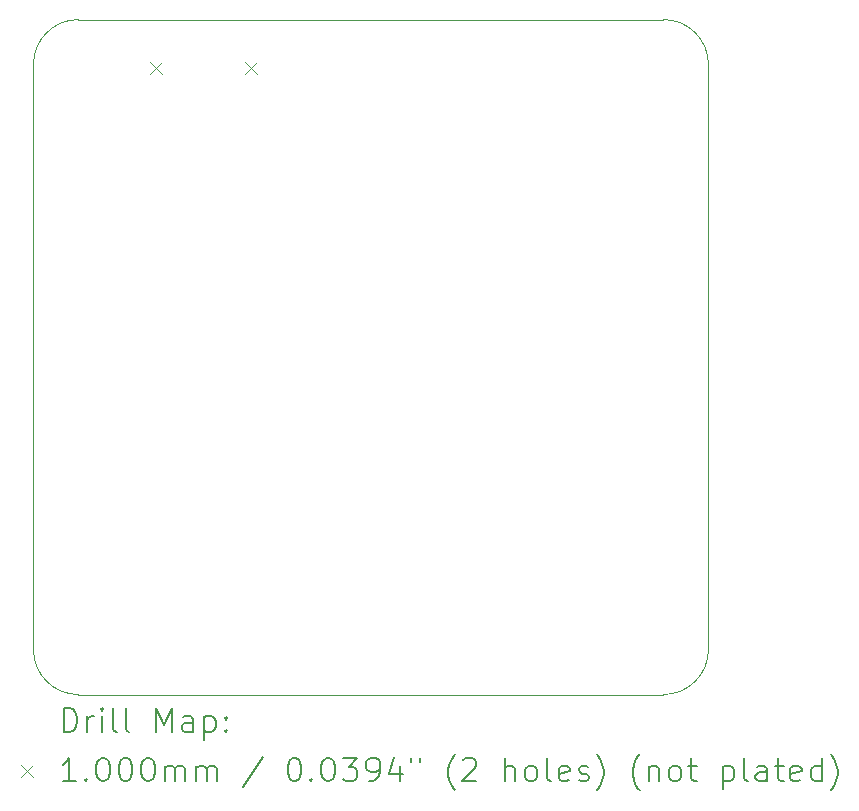
<source format=gbr>
%TF.GenerationSoftware,KiCad,Pcbnew,9.0.0*%
%TF.CreationDate,2025-02-28T23:10:12-08:00*%
%TF.ProjectId,Constellation Stack V3.0,436f6e73-7465-46c6-9c61-74696f6e2053,rev?*%
%TF.SameCoordinates,Original*%
%TF.FileFunction,Drillmap*%
%TF.FilePolarity,Positive*%
%FSLAX45Y45*%
G04 Gerber Fmt 4.5, Leading zero omitted, Abs format (unit mm)*
G04 Created by KiCad (PCBNEW 9.0.0) date 2025-02-28 23:10:12*
%MOMM*%
%LPD*%
G01*
G04 APERTURE LIST*
%ADD10C,0.100000*%
%ADD11C,0.200000*%
G04 APERTURE END LIST*
D10*
X2921000Y-8255000D02*
G75*
G02*
X2540000Y-7874000I0J381000D01*
G01*
X7874000Y-2540000D02*
G75*
G02*
X8255000Y-2921000I0J-381000D01*
G01*
X2540000Y-7874000D02*
X2540000Y-2921000D01*
X8255000Y-7874000D02*
G75*
G02*
X7874000Y-8255000I-381000J0D01*
G01*
X8255000Y-7874000D02*
X8255000Y-2921000D01*
X2921000Y-8255000D02*
X7874000Y-8255000D01*
X2540000Y-2921000D02*
G75*
G02*
X2921000Y-2540000I381000J0D01*
G01*
X2921000Y-2540000D02*
X7874000Y-2540000D01*
D11*
D10*
X3530000Y-2904000D02*
X3630000Y-3004000D01*
X3630000Y-2904000D02*
X3530000Y-3004000D01*
X4330000Y-2904000D02*
X4430000Y-3004000D01*
X4430000Y-2904000D02*
X4330000Y-3004000D01*
D11*
X2795777Y-8571484D02*
X2795777Y-8371484D01*
X2795777Y-8371484D02*
X2843396Y-8371484D01*
X2843396Y-8371484D02*
X2871967Y-8381008D01*
X2871967Y-8381008D02*
X2891015Y-8400055D01*
X2891015Y-8400055D02*
X2900539Y-8419103D01*
X2900539Y-8419103D02*
X2910062Y-8457198D01*
X2910062Y-8457198D02*
X2910062Y-8485770D01*
X2910062Y-8485770D02*
X2900539Y-8523865D01*
X2900539Y-8523865D02*
X2891015Y-8542912D01*
X2891015Y-8542912D02*
X2871967Y-8561960D01*
X2871967Y-8561960D02*
X2843396Y-8571484D01*
X2843396Y-8571484D02*
X2795777Y-8571484D01*
X2995777Y-8571484D02*
X2995777Y-8438150D01*
X2995777Y-8476246D02*
X3005301Y-8457198D01*
X3005301Y-8457198D02*
X3014824Y-8447674D01*
X3014824Y-8447674D02*
X3033872Y-8438150D01*
X3033872Y-8438150D02*
X3052920Y-8438150D01*
X3119586Y-8571484D02*
X3119586Y-8438150D01*
X3119586Y-8371484D02*
X3110062Y-8381008D01*
X3110062Y-8381008D02*
X3119586Y-8390531D01*
X3119586Y-8390531D02*
X3129110Y-8381008D01*
X3129110Y-8381008D02*
X3119586Y-8371484D01*
X3119586Y-8371484D02*
X3119586Y-8390531D01*
X3243396Y-8571484D02*
X3224348Y-8561960D01*
X3224348Y-8561960D02*
X3214824Y-8542912D01*
X3214824Y-8542912D02*
X3214824Y-8371484D01*
X3348158Y-8571484D02*
X3329110Y-8561960D01*
X3329110Y-8561960D02*
X3319586Y-8542912D01*
X3319586Y-8542912D02*
X3319586Y-8371484D01*
X3576729Y-8571484D02*
X3576729Y-8371484D01*
X3576729Y-8371484D02*
X3643396Y-8514341D01*
X3643396Y-8514341D02*
X3710062Y-8371484D01*
X3710062Y-8371484D02*
X3710062Y-8571484D01*
X3891015Y-8571484D02*
X3891015Y-8466722D01*
X3891015Y-8466722D02*
X3881491Y-8447674D01*
X3881491Y-8447674D02*
X3862443Y-8438150D01*
X3862443Y-8438150D02*
X3824348Y-8438150D01*
X3824348Y-8438150D02*
X3805301Y-8447674D01*
X3891015Y-8561960D02*
X3871967Y-8571484D01*
X3871967Y-8571484D02*
X3824348Y-8571484D01*
X3824348Y-8571484D02*
X3805301Y-8561960D01*
X3805301Y-8561960D02*
X3795777Y-8542912D01*
X3795777Y-8542912D02*
X3795777Y-8523865D01*
X3795777Y-8523865D02*
X3805301Y-8504817D01*
X3805301Y-8504817D02*
X3824348Y-8495293D01*
X3824348Y-8495293D02*
X3871967Y-8495293D01*
X3871967Y-8495293D02*
X3891015Y-8485770D01*
X3986253Y-8438150D02*
X3986253Y-8638150D01*
X3986253Y-8447674D02*
X4005301Y-8438150D01*
X4005301Y-8438150D02*
X4043396Y-8438150D01*
X4043396Y-8438150D02*
X4062443Y-8447674D01*
X4062443Y-8447674D02*
X4071967Y-8457198D01*
X4071967Y-8457198D02*
X4081491Y-8476246D01*
X4081491Y-8476246D02*
X4081491Y-8533389D01*
X4081491Y-8533389D02*
X4071967Y-8552436D01*
X4071967Y-8552436D02*
X4062443Y-8561960D01*
X4062443Y-8561960D02*
X4043396Y-8571484D01*
X4043396Y-8571484D02*
X4005301Y-8571484D01*
X4005301Y-8571484D02*
X3986253Y-8561960D01*
X4167205Y-8552436D02*
X4176729Y-8561960D01*
X4176729Y-8561960D02*
X4167205Y-8571484D01*
X4167205Y-8571484D02*
X4157682Y-8561960D01*
X4157682Y-8561960D02*
X4167205Y-8552436D01*
X4167205Y-8552436D02*
X4167205Y-8571484D01*
X4167205Y-8447674D02*
X4176729Y-8457198D01*
X4176729Y-8457198D02*
X4167205Y-8466722D01*
X4167205Y-8466722D02*
X4157682Y-8457198D01*
X4157682Y-8457198D02*
X4167205Y-8447674D01*
X4167205Y-8447674D02*
X4167205Y-8466722D01*
D10*
X2435000Y-8850000D02*
X2535000Y-8950000D01*
X2535000Y-8850000D02*
X2435000Y-8950000D01*
D11*
X2900539Y-8991484D02*
X2786253Y-8991484D01*
X2843396Y-8991484D02*
X2843396Y-8791484D01*
X2843396Y-8791484D02*
X2824348Y-8820055D01*
X2824348Y-8820055D02*
X2805301Y-8839103D01*
X2805301Y-8839103D02*
X2786253Y-8848627D01*
X2986253Y-8972436D02*
X2995777Y-8981960D01*
X2995777Y-8981960D02*
X2986253Y-8991484D01*
X2986253Y-8991484D02*
X2976729Y-8981960D01*
X2976729Y-8981960D02*
X2986253Y-8972436D01*
X2986253Y-8972436D02*
X2986253Y-8991484D01*
X3119586Y-8791484D02*
X3138634Y-8791484D01*
X3138634Y-8791484D02*
X3157682Y-8801008D01*
X3157682Y-8801008D02*
X3167205Y-8810531D01*
X3167205Y-8810531D02*
X3176729Y-8829579D01*
X3176729Y-8829579D02*
X3186253Y-8867674D01*
X3186253Y-8867674D02*
X3186253Y-8915293D01*
X3186253Y-8915293D02*
X3176729Y-8953389D01*
X3176729Y-8953389D02*
X3167205Y-8972436D01*
X3167205Y-8972436D02*
X3157682Y-8981960D01*
X3157682Y-8981960D02*
X3138634Y-8991484D01*
X3138634Y-8991484D02*
X3119586Y-8991484D01*
X3119586Y-8991484D02*
X3100539Y-8981960D01*
X3100539Y-8981960D02*
X3091015Y-8972436D01*
X3091015Y-8972436D02*
X3081491Y-8953389D01*
X3081491Y-8953389D02*
X3071967Y-8915293D01*
X3071967Y-8915293D02*
X3071967Y-8867674D01*
X3071967Y-8867674D02*
X3081491Y-8829579D01*
X3081491Y-8829579D02*
X3091015Y-8810531D01*
X3091015Y-8810531D02*
X3100539Y-8801008D01*
X3100539Y-8801008D02*
X3119586Y-8791484D01*
X3310062Y-8791484D02*
X3329110Y-8791484D01*
X3329110Y-8791484D02*
X3348158Y-8801008D01*
X3348158Y-8801008D02*
X3357682Y-8810531D01*
X3357682Y-8810531D02*
X3367205Y-8829579D01*
X3367205Y-8829579D02*
X3376729Y-8867674D01*
X3376729Y-8867674D02*
X3376729Y-8915293D01*
X3376729Y-8915293D02*
X3367205Y-8953389D01*
X3367205Y-8953389D02*
X3357682Y-8972436D01*
X3357682Y-8972436D02*
X3348158Y-8981960D01*
X3348158Y-8981960D02*
X3329110Y-8991484D01*
X3329110Y-8991484D02*
X3310062Y-8991484D01*
X3310062Y-8991484D02*
X3291015Y-8981960D01*
X3291015Y-8981960D02*
X3281491Y-8972436D01*
X3281491Y-8972436D02*
X3271967Y-8953389D01*
X3271967Y-8953389D02*
X3262443Y-8915293D01*
X3262443Y-8915293D02*
X3262443Y-8867674D01*
X3262443Y-8867674D02*
X3271967Y-8829579D01*
X3271967Y-8829579D02*
X3281491Y-8810531D01*
X3281491Y-8810531D02*
X3291015Y-8801008D01*
X3291015Y-8801008D02*
X3310062Y-8791484D01*
X3500539Y-8791484D02*
X3519586Y-8791484D01*
X3519586Y-8791484D02*
X3538634Y-8801008D01*
X3538634Y-8801008D02*
X3548158Y-8810531D01*
X3548158Y-8810531D02*
X3557682Y-8829579D01*
X3557682Y-8829579D02*
X3567205Y-8867674D01*
X3567205Y-8867674D02*
X3567205Y-8915293D01*
X3567205Y-8915293D02*
X3557682Y-8953389D01*
X3557682Y-8953389D02*
X3548158Y-8972436D01*
X3548158Y-8972436D02*
X3538634Y-8981960D01*
X3538634Y-8981960D02*
X3519586Y-8991484D01*
X3519586Y-8991484D02*
X3500539Y-8991484D01*
X3500539Y-8991484D02*
X3481491Y-8981960D01*
X3481491Y-8981960D02*
X3471967Y-8972436D01*
X3471967Y-8972436D02*
X3462443Y-8953389D01*
X3462443Y-8953389D02*
X3452920Y-8915293D01*
X3452920Y-8915293D02*
X3452920Y-8867674D01*
X3452920Y-8867674D02*
X3462443Y-8829579D01*
X3462443Y-8829579D02*
X3471967Y-8810531D01*
X3471967Y-8810531D02*
X3481491Y-8801008D01*
X3481491Y-8801008D02*
X3500539Y-8791484D01*
X3652920Y-8991484D02*
X3652920Y-8858150D01*
X3652920Y-8877198D02*
X3662443Y-8867674D01*
X3662443Y-8867674D02*
X3681491Y-8858150D01*
X3681491Y-8858150D02*
X3710063Y-8858150D01*
X3710063Y-8858150D02*
X3729110Y-8867674D01*
X3729110Y-8867674D02*
X3738634Y-8886722D01*
X3738634Y-8886722D02*
X3738634Y-8991484D01*
X3738634Y-8886722D02*
X3748158Y-8867674D01*
X3748158Y-8867674D02*
X3767205Y-8858150D01*
X3767205Y-8858150D02*
X3795777Y-8858150D01*
X3795777Y-8858150D02*
X3814824Y-8867674D01*
X3814824Y-8867674D02*
X3824348Y-8886722D01*
X3824348Y-8886722D02*
X3824348Y-8991484D01*
X3919586Y-8991484D02*
X3919586Y-8858150D01*
X3919586Y-8877198D02*
X3929110Y-8867674D01*
X3929110Y-8867674D02*
X3948158Y-8858150D01*
X3948158Y-8858150D02*
X3976729Y-8858150D01*
X3976729Y-8858150D02*
X3995777Y-8867674D01*
X3995777Y-8867674D02*
X4005301Y-8886722D01*
X4005301Y-8886722D02*
X4005301Y-8991484D01*
X4005301Y-8886722D02*
X4014824Y-8867674D01*
X4014824Y-8867674D02*
X4033872Y-8858150D01*
X4033872Y-8858150D02*
X4062443Y-8858150D01*
X4062443Y-8858150D02*
X4081491Y-8867674D01*
X4081491Y-8867674D02*
X4091015Y-8886722D01*
X4091015Y-8886722D02*
X4091015Y-8991484D01*
X4481491Y-8781960D02*
X4310063Y-9039103D01*
X4738634Y-8791484D02*
X4757682Y-8791484D01*
X4757682Y-8791484D02*
X4776729Y-8801008D01*
X4776729Y-8801008D02*
X4786253Y-8810531D01*
X4786253Y-8810531D02*
X4795777Y-8829579D01*
X4795777Y-8829579D02*
X4805301Y-8867674D01*
X4805301Y-8867674D02*
X4805301Y-8915293D01*
X4805301Y-8915293D02*
X4795777Y-8953389D01*
X4795777Y-8953389D02*
X4786253Y-8972436D01*
X4786253Y-8972436D02*
X4776729Y-8981960D01*
X4776729Y-8981960D02*
X4757682Y-8991484D01*
X4757682Y-8991484D02*
X4738634Y-8991484D01*
X4738634Y-8991484D02*
X4719587Y-8981960D01*
X4719587Y-8981960D02*
X4710063Y-8972436D01*
X4710063Y-8972436D02*
X4700539Y-8953389D01*
X4700539Y-8953389D02*
X4691015Y-8915293D01*
X4691015Y-8915293D02*
X4691015Y-8867674D01*
X4691015Y-8867674D02*
X4700539Y-8829579D01*
X4700539Y-8829579D02*
X4710063Y-8810531D01*
X4710063Y-8810531D02*
X4719587Y-8801008D01*
X4719587Y-8801008D02*
X4738634Y-8791484D01*
X4891015Y-8972436D02*
X4900539Y-8981960D01*
X4900539Y-8981960D02*
X4891015Y-8991484D01*
X4891015Y-8991484D02*
X4881491Y-8981960D01*
X4881491Y-8981960D02*
X4891015Y-8972436D01*
X4891015Y-8972436D02*
X4891015Y-8991484D01*
X5024348Y-8791484D02*
X5043396Y-8791484D01*
X5043396Y-8791484D02*
X5062444Y-8801008D01*
X5062444Y-8801008D02*
X5071968Y-8810531D01*
X5071968Y-8810531D02*
X5081491Y-8829579D01*
X5081491Y-8829579D02*
X5091015Y-8867674D01*
X5091015Y-8867674D02*
X5091015Y-8915293D01*
X5091015Y-8915293D02*
X5081491Y-8953389D01*
X5081491Y-8953389D02*
X5071968Y-8972436D01*
X5071968Y-8972436D02*
X5062444Y-8981960D01*
X5062444Y-8981960D02*
X5043396Y-8991484D01*
X5043396Y-8991484D02*
X5024348Y-8991484D01*
X5024348Y-8991484D02*
X5005301Y-8981960D01*
X5005301Y-8981960D02*
X4995777Y-8972436D01*
X4995777Y-8972436D02*
X4986253Y-8953389D01*
X4986253Y-8953389D02*
X4976729Y-8915293D01*
X4976729Y-8915293D02*
X4976729Y-8867674D01*
X4976729Y-8867674D02*
X4986253Y-8829579D01*
X4986253Y-8829579D02*
X4995777Y-8810531D01*
X4995777Y-8810531D02*
X5005301Y-8801008D01*
X5005301Y-8801008D02*
X5024348Y-8791484D01*
X5157682Y-8791484D02*
X5281491Y-8791484D01*
X5281491Y-8791484D02*
X5214825Y-8867674D01*
X5214825Y-8867674D02*
X5243396Y-8867674D01*
X5243396Y-8867674D02*
X5262444Y-8877198D01*
X5262444Y-8877198D02*
X5271968Y-8886722D01*
X5271968Y-8886722D02*
X5281491Y-8905770D01*
X5281491Y-8905770D02*
X5281491Y-8953389D01*
X5281491Y-8953389D02*
X5271968Y-8972436D01*
X5271968Y-8972436D02*
X5262444Y-8981960D01*
X5262444Y-8981960D02*
X5243396Y-8991484D01*
X5243396Y-8991484D02*
X5186253Y-8991484D01*
X5186253Y-8991484D02*
X5167206Y-8981960D01*
X5167206Y-8981960D02*
X5157682Y-8972436D01*
X5376729Y-8991484D02*
X5414825Y-8991484D01*
X5414825Y-8991484D02*
X5433872Y-8981960D01*
X5433872Y-8981960D02*
X5443396Y-8972436D01*
X5443396Y-8972436D02*
X5462444Y-8943865D01*
X5462444Y-8943865D02*
X5471968Y-8905770D01*
X5471968Y-8905770D02*
X5471968Y-8829579D01*
X5471968Y-8829579D02*
X5462444Y-8810531D01*
X5462444Y-8810531D02*
X5452920Y-8801008D01*
X5452920Y-8801008D02*
X5433872Y-8791484D01*
X5433872Y-8791484D02*
X5395777Y-8791484D01*
X5395777Y-8791484D02*
X5376729Y-8801008D01*
X5376729Y-8801008D02*
X5367206Y-8810531D01*
X5367206Y-8810531D02*
X5357682Y-8829579D01*
X5357682Y-8829579D02*
X5357682Y-8877198D01*
X5357682Y-8877198D02*
X5367206Y-8896246D01*
X5367206Y-8896246D02*
X5376729Y-8905770D01*
X5376729Y-8905770D02*
X5395777Y-8915293D01*
X5395777Y-8915293D02*
X5433872Y-8915293D01*
X5433872Y-8915293D02*
X5452920Y-8905770D01*
X5452920Y-8905770D02*
X5462444Y-8896246D01*
X5462444Y-8896246D02*
X5471968Y-8877198D01*
X5643396Y-8858150D02*
X5643396Y-8991484D01*
X5595777Y-8781960D02*
X5548158Y-8924817D01*
X5548158Y-8924817D02*
X5671967Y-8924817D01*
X5738634Y-8791484D02*
X5738634Y-8829579D01*
X5814825Y-8791484D02*
X5814825Y-8829579D01*
X6110063Y-9067674D02*
X6100539Y-9058150D01*
X6100539Y-9058150D02*
X6081491Y-9029579D01*
X6081491Y-9029579D02*
X6071968Y-9010531D01*
X6071968Y-9010531D02*
X6062444Y-8981960D01*
X6062444Y-8981960D02*
X6052920Y-8934341D01*
X6052920Y-8934341D02*
X6052920Y-8896246D01*
X6052920Y-8896246D02*
X6062444Y-8848627D01*
X6062444Y-8848627D02*
X6071968Y-8820055D01*
X6071968Y-8820055D02*
X6081491Y-8801008D01*
X6081491Y-8801008D02*
X6100539Y-8772436D01*
X6100539Y-8772436D02*
X6110063Y-8762912D01*
X6176729Y-8810531D02*
X6186253Y-8801008D01*
X6186253Y-8801008D02*
X6205301Y-8791484D01*
X6205301Y-8791484D02*
X6252920Y-8791484D01*
X6252920Y-8791484D02*
X6271968Y-8801008D01*
X6271968Y-8801008D02*
X6281491Y-8810531D01*
X6281491Y-8810531D02*
X6291015Y-8829579D01*
X6291015Y-8829579D02*
X6291015Y-8848627D01*
X6291015Y-8848627D02*
X6281491Y-8877198D01*
X6281491Y-8877198D02*
X6167206Y-8991484D01*
X6167206Y-8991484D02*
X6291015Y-8991484D01*
X6529110Y-8991484D02*
X6529110Y-8791484D01*
X6614825Y-8991484D02*
X6614825Y-8886722D01*
X6614825Y-8886722D02*
X6605301Y-8867674D01*
X6605301Y-8867674D02*
X6586253Y-8858150D01*
X6586253Y-8858150D02*
X6557682Y-8858150D01*
X6557682Y-8858150D02*
X6538634Y-8867674D01*
X6538634Y-8867674D02*
X6529110Y-8877198D01*
X6738634Y-8991484D02*
X6719587Y-8981960D01*
X6719587Y-8981960D02*
X6710063Y-8972436D01*
X6710063Y-8972436D02*
X6700539Y-8953389D01*
X6700539Y-8953389D02*
X6700539Y-8896246D01*
X6700539Y-8896246D02*
X6710063Y-8877198D01*
X6710063Y-8877198D02*
X6719587Y-8867674D01*
X6719587Y-8867674D02*
X6738634Y-8858150D01*
X6738634Y-8858150D02*
X6767206Y-8858150D01*
X6767206Y-8858150D02*
X6786253Y-8867674D01*
X6786253Y-8867674D02*
X6795777Y-8877198D01*
X6795777Y-8877198D02*
X6805301Y-8896246D01*
X6805301Y-8896246D02*
X6805301Y-8953389D01*
X6805301Y-8953389D02*
X6795777Y-8972436D01*
X6795777Y-8972436D02*
X6786253Y-8981960D01*
X6786253Y-8981960D02*
X6767206Y-8991484D01*
X6767206Y-8991484D02*
X6738634Y-8991484D01*
X6919587Y-8991484D02*
X6900539Y-8981960D01*
X6900539Y-8981960D02*
X6891015Y-8962912D01*
X6891015Y-8962912D02*
X6891015Y-8791484D01*
X7071968Y-8981960D02*
X7052920Y-8991484D01*
X7052920Y-8991484D02*
X7014825Y-8991484D01*
X7014825Y-8991484D02*
X6995777Y-8981960D01*
X6995777Y-8981960D02*
X6986253Y-8962912D01*
X6986253Y-8962912D02*
X6986253Y-8886722D01*
X6986253Y-8886722D02*
X6995777Y-8867674D01*
X6995777Y-8867674D02*
X7014825Y-8858150D01*
X7014825Y-8858150D02*
X7052920Y-8858150D01*
X7052920Y-8858150D02*
X7071968Y-8867674D01*
X7071968Y-8867674D02*
X7081491Y-8886722D01*
X7081491Y-8886722D02*
X7081491Y-8905770D01*
X7081491Y-8905770D02*
X6986253Y-8924817D01*
X7157682Y-8981960D02*
X7176730Y-8991484D01*
X7176730Y-8991484D02*
X7214825Y-8991484D01*
X7214825Y-8991484D02*
X7233872Y-8981960D01*
X7233872Y-8981960D02*
X7243396Y-8962912D01*
X7243396Y-8962912D02*
X7243396Y-8953389D01*
X7243396Y-8953389D02*
X7233872Y-8934341D01*
X7233872Y-8934341D02*
X7214825Y-8924817D01*
X7214825Y-8924817D02*
X7186253Y-8924817D01*
X7186253Y-8924817D02*
X7167206Y-8915293D01*
X7167206Y-8915293D02*
X7157682Y-8896246D01*
X7157682Y-8896246D02*
X7157682Y-8886722D01*
X7157682Y-8886722D02*
X7167206Y-8867674D01*
X7167206Y-8867674D02*
X7186253Y-8858150D01*
X7186253Y-8858150D02*
X7214825Y-8858150D01*
X7214825Y-8858150D02*
X7233872Y-8867674D01*
X7310063Y-9067674D02*
X7319587Y-9058150D01*
X7319587Y-9058150D02*
X7338634Y-9029579D01*
X7338634Y-9029579D02*
X7348158Y-9010531D01*
X7348158Y-9010531D02*
X7357682Y-8981960D01*
X7357682Y-8981960D02*
X7367206Y-8934341D01*
X7367206Y-8934341D02*
X7367206Y-8896246D01*
X7367206Y-8896246D02*
X7357682Y-8848627D01*
X7357682Y-8848627D02*
X7348158Y-8820055D01*
X7348158Y-8820055D02*
X7338634Y-8801008D01*
X7338634Y-8801008D02*
X7319587Y-8772436D01*
X7319587Y-8772436D02*
X7310063Y-8762912D01*
X7671968Y-9067674D02*
X7662444Y-9058150D01*
X7662444Y-9058150D02*
X7643396Y-9029579D01*
X7643396Y-9029579D02*
X7633872Y-9010531D01*
X7633872Y-9010531D02*
X7624349Y-8981960D01*
X7624349Y-8981960D02*
X7614825Y-8934341D01*
X7614825Y-8934341D02*
X7614825Y-8896246D01*
X7614825Y-8896246D02*
X7624349Y-8848627D01*
X7624349Y-8848627D02*
X7633872Y-8820055D01*
X7633872Y-8820055D02*
X7643396Y-8801008D01*
X7643396Y-8801008D02*
X7662444Y-8772436D01*
X7662444Y-8772436D02*
X7671968Y-8762912D01*
X7748158Y-8858150D02*
X7748158Y-8991484D01*
X7748158Y-8877198D02*
X7757682Y-8867674D01*
X7757682Y-8867674D02*
X7776730Y-8858150D01*
X7776730Y-8858150D02*
X7805301Y-8858150D01*
X7805301Y-8858150D02*
X7824349Y-8867674D01*
X7824349Y-8867674D02*
X7833872Y-8886722D01*
X7833872Y-8886722D02*
X7833872Y-8991484D01*
X7957682Y-8991484D02*
X7938634Y-8981960D01*
X7938634Y-8981960D02*
X7929111Y-8972436D01*
X7929111Y-8972436D02*
X7919587Y-8953389D01*
X7919587Y-8953389D02*
X7919587Y-8896246D01*
X7919587Y-8896246D02*
X7929111Y-8877198D01*
X7929111Y-8877198D02*
X7938634Y-8867674D01*
X7938634Y-8867674D02*
X7957682Y-8858150D01*
X7957682Y-8858150D02*
X7986253Y-8858150D01*
X7986253Y-8858150D02*
X8005301Y-8867674D01*
X8005301Y-8867674D02*
X8014825Y-8877198D01*
X8014825Y-8877198D02*
X8024349Y-8896246D01*
X8024349Y-8896246D02*
X8024349Y-8953389D01*
X8024349Y-8953389D02*
X8014825Y-8972436D01*
X8014825Y-8972436D02*
X8005301Y-8981960D01*
X8005301Y-8981960D02*
X7986253Y-8991484D01*
X7986253Y-8991484D02*
X7957682Y-8991484D01*
X8081492Y-8858150D02*
X8157682Y-8858150D01*
X8110063Y-8791484D02*
X8110063Y-8962912D01*
X8110063Y-8962912D02*
X8119587Y-8981960D01*
X8119587Y-8981960D02*
X8138634Y-8991484D01*
X8138634Y-8991484D02*
X8157682Y-8991484D01*
X8376730Y-8858150D02*
X8376730Y-9058150D01*
X8376730Y-8867674D02*
X8395777Y-8858150D01*
X8395777Y-8858150D02*
X8433873Y-8858150D01*
X8433873Y-8858150D02*
X8452920Y-8867674D01*
X8452920Y-8867674D02*
X8462444Y-8877198D01*
X8462444Y-8877198D02*
X8471968Y-8896246D01*
X8471968Y-8896246D02*
X8471968Y-8953389D01*
X8471968Y-8953389D02*
X8462444Y-8972436D01*
X8462444Y-8972436D02*
X8452920Y-8981960D01*
X8452920Y-8981960D02*
X8433873Y-8991484D01*
X8433873Y-8991484D02*
X8395777Y-8991484D01*
X8395777Y-8991484D02*
X8376730Y-8981960D01*
X8586254Y-8991484D02*
X8567206Y-8981960D01*
X8567206Y-8981960D02*
X8557682Y-8962912D01*
X8557682Y-8962912D02*
X8557682Y-8791484D01*
X8748158Y-8991484D02*
X8748158Y-8886722D01*
X8748158Y-8886722D02*
X8738635Y-8867674D01*
X8738635Y-8867674D02*
X8719587Y-8858150D01*
X8719587Y-8858150D02*
X8681492Y-8858150D01*
X8681492Y-8858150D02*
X8662444Y-8867674D01*
X8748158Y-8981960D02*
X8729111Y-8991484D01*
X8729111Y-8991484D02*
X8681492Y-8991484D01*
X8681492Y-8991484D02*
X8662444Y-8981960D01*
X8662444Y-8981960D02*
X8652920Y-8962912D01*
X8652920Y-8962912D02*
X8652920Y-8943865D01*
X8652920Y-8943865D02*
X8662444Y-8924817D01*
X8662444Y-8924817D02*
X8681492Y-8915293D01*
X8681492Y-8915293D02*
X8729111Y-8915293D01*
X8729111Y-8915293D02*
X8748158Y-8905770D01*
X8814825Y-8858150D02*
X8891015Y-8858150D01*
X8843396Y-8791484D02*
X8843396Y-8962912D01*
X8843396Y-8962912D02*
X8852920Y-8981960D01*
X8852920Y-8981960D02*
X8871968Y-8991484D01*
X8871968Y-8991484D02*
X8891015Y-8991484D01*
X9033873Y-8981960D02*
X9014825Y-8991484D01*
X9014825Y-8991484D02*
X8976730Y-8991484D01*
X8976730Y-8991484D02*
X8957682Y-8981960D01*
X8957682Y-8981960D02*
X8948158Y-8962912D01*
X8948158Y-8962912D02*
X8948158Y-8886722D01*
X8948158Y-8886722D02*
X8957682Y-8867674D01*
X8957682Y-8867674D02*
X8976730Y-8858150D01*
X8976730Y-8858150D02*
X9014825Y-8858150D01*
X9014825Y-8858150D02*
X9033873Y-8867674D01*
X9033873Y-8867674D02*
X9043396Y-8886722D01*
X9043396Y-8886722D02*
X9043396Y-8905770D01*
X9043396Y-8905770D02*
X8948158Y-8924817D01*
X9214825Y-8991484D02*
X9214825Y-8791484D01*
X9214825Y-8981960D02*
X9195777Y-8991484D01*
X9195777Y-8991484D02*
X9157682Y-8991484D01*
X9157682Y-8991484D02*
X9138635Y-8981960D01*
X9138635Y-8981960D02*
X9129111Y-8972436D01*
X9129111Y-8972436D02*
X9119587Y-8953389D01*
X9119587Y-8953389D02*
X9119587Y-8896246D01*
X9119587Y-8896246D02*
X9129111Y-8877198D01*
X9129111Y-8877198D02*
X9138635Y-8867674D01*
X9138635Y-8867674D02*
X9157682Y-8858150D01*
X9157682Y-8858150D02*
X9195777Y-8858150D01*
X9195777Y-8858150D02*
X9214825Y-8867674D01*
X9291016Y-9067674D02*
X9300539Y-9058150D01*
X9300539Y-9058150D02*
X9319587Y-9029579D01*
X9319587Y-9029579D02*
X9329111Y-9010531D01*
X9329111Y-9010531D02*
X9338635Y-8981960D01*
X9338635Y-8981960D02*
X9348158Y-8934341D01*
X9348158Y-8934341D02*
X9348158Y-8896246D01*
X9348158Y-8896246D02*
X9338635Y-8848627D01*
X9338635Y-8848627D02*
X9329111Y-8820055D01*
X9329111Y-8820055D02*
X9319587Y-8801008D01*
X9319587Y-8801008D02*
X9300539Y-8772436D01*
X9300539Y-8772436D02*
X9291016Y-8762912D01*
M02*

</source>
